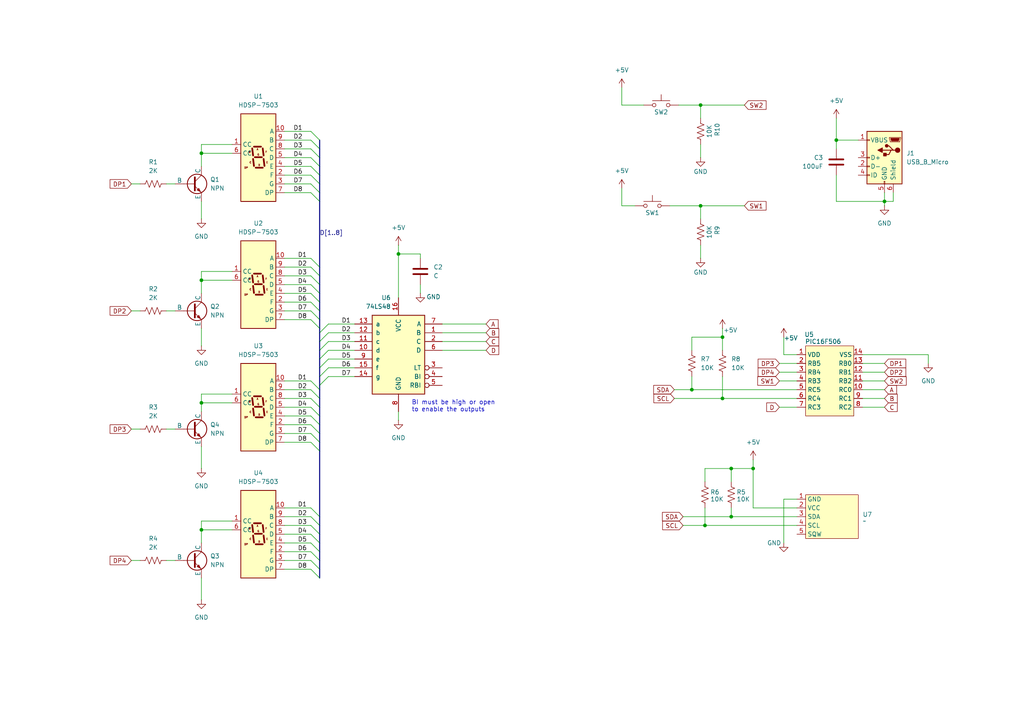
<source format=kicad_sch>
(kicad_sch (version 20231120) (generator "eeschema") (generator_version "8.0")
  (paper "A4")
  (lib_symbols
    (symbol "74xx:74LS48" (pin_names (offset 1.016))
      (property "Reference" "U" (at -7.62 11.43 0))
      (property "Value" "74LS48" (at -7.62 -13.97 0))
      (symbol "74LS48_1_0"
        (pin input line (at -12.7 5.08 0) (length 5.08) (name "B") (number "1"))
        (pin open_collector line (at 12.7 0 180) (length 5.08) (name "d") (number "10"))
        (pin open_collector line (at 12.7 2.54 180) (length 5.08) (name "c") (number "11"))
        (pin open_collector line (at 12.7 5.08 180) (length 5.08) (name "b") (number "12"))
        (pin open_collector line (at 12.7 7.62 180) (length 5.08) (name "a") (number "13"))
        (pin open_collector line (at 12.7 -7.62 180) (length 5.08) (name "g") (number "14"))
        (pin open_collector line (at 12.7 -5.08 180) (length 5.08) (name "f") (number "15"))
        (pin power_in line (at 0 15.24 270) (length 5.08) (name "VCC") (number "16"))
        (pin input line (at -12.7 2.54 0) (length 5.08) (name "C") (number "2"))
        (pin input inverted (at -12.7 -5.08 0) (length 5.08) (name "LT") (number "3"))
        (pin input inverted (at -12.7 -7.62 0) (length 5.08) (name "BI") (number "4"))
        (pin input inverted (at -12.7 -10.16 0) (length 5.08) (name "RBI") (number "5"))
        (pin input line (at -12.7 0 0) (length 5.08) (name "D") (number "6"))
        (pin input line (at -12.7 7.62 0) (length 5.08) (name "A") (number "7"))
        (pin power_in line (at 0 -17.78 90) (length 5.08) (name "GND") (number "8"))
        (pin open_collector line (at 12.7 -2.54 180) (length 5.08) (name "e") (number "9"))
      )
      (symbol "74LS48_1_1"
        (rectangle (start -7.62 10.16) (end 7.62 -12.7) (stroke (width 0.254)) (fill (type background)))
      )
    )
    (symbol "7segDisplayClock:DS1307_Module"
      (property "Reference" "U" (at -6.35 7.62 0))
      (symbol "DS1307_Module_0_1"
        (rectangle (start -7.62 6.35) (end 7.62 -6.35) (fill (type background)))
      )
      (symbol "DS1307_Module_1_1"
        (pin power_in line (at -10.16 5.08 0) (length 2.54) (name "GND") (number "1"))
        (pin power_in line (at -10.16 2.54 0) (length 2.54) (name "VCC") (number "2"))
        (pin bidirectional line (at -10.16 0 0) (length 2.54) (name "SDA") (number "3"))
        (pin bidirectional line (at -10.16 -2.54 0) (length 2.54) (name "SCL") (number "4"))
        (pin bidirectional line (at -10.16 -5.08 0) (length 2.54) (name "SQW") (number "5"))
      )
    )
    (symbol "7segDisplayClock:PIC16F506" (exclude_from_sim yes)
      (property "Reference" "U" (at -5.08 11.43 0))
      (property "Value" "PIC16F506" (at -6.35 1.27 0))
      (symbol "PIC16F506_0_1"
        (rectangle (start -6.35 10.16) (end 7.62 -10.16) (fill (type background)))
      )
      (symbol "PIC16F506_1_1"
        (pin power_in line (at -8.89 7.62 0) (length 2.54) (name "VDD") (number "1"))
        (pin bidirectional line (at 10.16 -2.54 180) (length 2.54) (name "RC0") (number "10"))
        (pin bidirectional line (at 10.16 0 180) (length 2.54) (name "RB2") (number "11"))
        (pin bidirectional line (at 10.16 2.54 180) (length 2.54) (name "RB1") (number "12"))
        (pin bidirectional line (at 10.16 5.08 180) (length 2.54) (name "RB0") (number "13"))
        (pin power_in line (at 10.16 7.62 180) (length 2.54) (name "VSS") (number "14"))
        (pin bidirectional line (at -8.89 5.08 0) (length 2.54) (name "RB5") (number "2"))
        (pin bidirectional line (at -8.89 2.54 0) (length 2.54) (name "RB4") (number "3"))
        (pin input line (at -8.89 0 0) (length 2.54) (name "RB3") (number "4"))
        (pin bidirectional line (at -8.89 -2.54 0) (length 2.54) (name "RC5") (number "5"))
        (pin bidirectional line (at -8.89 -5.08 0) (length 2.54) (name "RC4") (number "6"))
        (pin bidirectional line (at -8.89 -7.62 0) (length 2.54) (name "RC3") (number "7"))
        (pin bidirectional line (at 10.16 -7.62 180) (length 2.54) (name "RC2") (number "8"))
        (pin bidirectional line (at 10.16 -5.08 180) (length 2.54) (name "RC1") (number "9"))
      )
    )
    (symbol "Connector:USB_B_Micro" (pin_names (offset 1.016))
      (property "Reference" "J" (at -5.08 11.43 0))
      (property "Value" "USB_B_Micro" (at -5.08 8.89 0))
      (symbol "USB_B_Micro_0_1"
        (rectangle (start -5.08 -7.62) (end 5.08 7.62) (stroke (width 0.254)) (fill (type background)))
        (circle (center -3.81 2.159) (radius 0.635) (stroke (width 0.254)) (fill (type outline)))
        (circle (center -0.635 3.429) (radius 0.381) (stroke (width 0.254)) (fill (type outline)))
        (rectangle (start -0.127 -7.62) (end 0.127 -6.858))
        (polyline (pts (xy -1.905 2.159) (xy 0.635 2.159)) (stroke (width 0.254)))
        (polyline (pts (xy -3.175 2.159) (xy -2.54 2.159) (xy -1.27 3.429) (xy -0.635 3.429)) (stroke (width 0.254)))
        (polyline (pts (xy -2.54 2.159) (xy -1.905 2.159) (xy -1.27 0.889) (xy 0 0.889)) (stroke (width 0.254)))
        (polyline (pts (xy 0.635 2.794) (xy 0.635 1.524) (xy 1.905 2.159) (xy 0.635 2.794)) (stroke (width 0.254)) (fill (type outline)))
        (polyline (pts (xy -4.318 5.588) (xy -1.778 5.588) (xy -2.032 4.826) (xy -4.064 4.826) (xy -4.318 5.588)) (fill (type outline)))
        (polyline (pts (xy -4.699 5.842) (xy -4.699 5.588) (xy -4.445 4.826) (xy -4.445 4.572) (xy -1.651 4.572) (xy -1.651 4.826) (xy -1.397 5.588) (xy -1.397 5.842) (xy -4.699 5.842)))
        (rectangle (start 0.254 1.27) (end -0.508 0.508) (stroke (width 0.254)) (fill (type outline)))
        (rectangle (start 5.08 -5.207) (end 4.318 -4.953))
        (rectangle (start 5.08 -2.667) (end 4.318 -2.413))
        (rectangle (start 5.08 -0.127) (end 4.318 0.127))
        (rectangle (start 5.08 4.953) (end 4.318 5.207))
      )
      (symbol "USB_B_Micro_1_1"
        (pin power_out line (at 7.62 5.08 180) (length 2.54) (name "VBUS") (number "1"))
        (pin bidirectional line (at 7.62 -2.54 180) (length 2.54) (name "D-") (number "2"))
        (pin bidirectional line (at 7.62 0 180) (length 2.54) (name "D+") (number "3"))
        (pin passive line (at 7.62 -5.08 180) (length 2.54) (name "ID") (number "4"))
        (pin power_out line (at 0 -10.16 90) (length 2.54) (name "GND") (number "5"))
        (pin passive line (at -2.54 -10.16 90) (length 2.54) (name "Shield") (number "6"))
      )
    )
    (symbol "Device:C" (pin_numbers hide) (pin_names (offset 0.254))
      (property "Reference" "C" (at 0.635 2.54 0))
      (property "Value" "C" (at 0.635 -2.54 0))
      (symbol "C_0_1"
        (polyline (pts (xy -2.032 -0.762) (xy 2.032 -0.762)) (stroke (width 0.508)))
        (polyline (pts (xy -2.032 0.762) (xy 2.032 0.762)) (stroke (width 0.508)))
      )
      (symbol "C_1_1"
        (pin passive line (at 0 3.81 270) (length 2.794) (name "~") (number "1"))
        (pin passive line (at 0 -3.81 90) (length 2.794) (name "~") (number "2"))
      )
    )
    (symbol "Device:R_US" (pin_numbers hide) (pin_names (offset 0))
      (property "Reference" "R" (at 2.54 0 90))
      (property "Value" "R_US" (at -2.54 0 90))
      (symbol "R_US_0_1"
        (polyline (pts (xy 0 -2.286) (xy 0 -2.54)))
        (polyline (pts (xy 0 2.286) (xy 0 2.54)))
        (polyline (pts (xy 0 -0.762) (xy 1.016 -1.143) (xy 0 -1.524) (xy -1.016 -1.905) (xy 0 -2.286)))
        (polyline (pts (xy 0 0.762) (xy 1.016 0.381) (xy 0 0) (xy -1.016 -0.381) (xy 0 -0.762)))
        (polyline (pts (xy 0 2.286) (xy 1.016 1.905) (xy 0 1.524) (xy -1.016 1.143) (xy 0 0.762)))
      )
      (symbol "R_US_1_1"
        (pin passive line (at 0 3.81 270) (length 1.27) (name "~") (number "1"))
        (pin passive line (at 0 -3.81 90) (length 1.27) (name "~") (number "2"))
      )
    )
    (symbol "Display_Character:HDSP-7503"
      (property "Reference" "U1" (at 0 17.78 0))
      (property "Value" "HDSP-7503" (at 0 15.24 0))
      (symbol "HDSP-7503_1_0"
        (text "A" (at 0.254 2.413 0) (effects (font (size 0.508 0.508))))
        (text "B" (at 2.54 1.651 0) (effects (font (size 0.508 0.508))))
        (text "C" (at 2.286 -1.397 0) (effects (font (size 0.508 0.508))))
        (text "D" (at -0.254 -2.159 0) (effects (font (size 0.508 0.508))))
        (text "DP" (at 3.556 -2.921 0) (effects (font (size 0.508 0.508))))
        (text "E" (at -2.54 -1.397 0) (effects (font (size 0.508 0.508))))
        (text "F" (at -2.286 1.651 0) (effects (font (size 0.508 0.508))))
        (text "G" (at 0 0.889 0) (effects (font (size 0.508 0.508))))
      )
      (symbol "HDSP-7503_1_1"
        (rectangle (start -5.08 12.7) (end 5.08 -12.7) (stroke (width 0.254)) (fill (type background)))
        (polyline (pts (xy -1.524 -0.381) (xy -1.778 -2.413)) (stroke (width 0.508)))
        (polyline (pts (xy -1.27 -2.921) (xy 0.762 -2.921)) (stroke (width 0.508)))
        (polyline (pts (xy -1.27 2.667) (xy -1.524 0.635)) (stroke (width 0.508)))
        (polyline (pts (xy -1.016 0.127) (xy 1.016 0.127)) (stroke (width 0.508)))
        (polyline (pts (xy -0.762 3.175) (xy 1.27 3.175)) (stroke (width 0.508)))
        (polyline (pts (xy 1.524 -0.381) (xy 1.27 -2.413)) (stroke (width 0.508)))
        (polyline (pts (xy 1.778 2.667) (xy 1.524 0.635)) (stroke (width 0.508)))
        (polyline (pts (xy 2.54 -2.921) (xy 2.54 -2.921)) (stroke (width 0.508)))
        (pin input line (at 7.62 3.81 180) (length 2.54) (name "CC") (number "1"))
        (pin input line (at -7.62 7.62 0) (length 2.54) (name "A") (number "10"))
        (pin input line (at -7.62 -5.08 0) (length 2.54) (name "F") (number "2"))
        (pin input line (at -7.62 -7.62 0) (length 2.54) (name "G") (number "3"))
        (pin input line (at -7.62 -2.54 0) (length 2.54) (name "E") (number "4"))
        (pin input line (at -7.62 0 0) (length 2.54) (name "D") (number "5"))
        (pin input line (at 7.62 1.27 180) (length 2.54) (name "CC") (number "6"))
        (pin input line (at -7.62 -10.16 0) (length 2.54) (name "DP") (number "7"))
        (pin input line (at -7.62 2.54 0) (length 2.54) (name "C") (number "8"))
        (pin input line (at -7.62 5.08 0) (length 2.54) (name "B") (number "9"))
      )
    )
    (symbol "Simulation_SPICE:NPN" (pin_numbers hide) (pin_names (offset 0))
      (property "Reference" "Q" (at -2.54 7.62 0))
      (property "Value" "NPN" (at -2.54 5.08 0))
      (symbol "NPN_0_1"
        (polyline (pts (xy -2.54 0) (xy 0.635 0)) (stroke (width 0.1524)))
        (polyline (pts (xy 0.635 0.635) (xy 2.54 2.54)))
        (polyline (pts (xy 2.794 -1.27) (xy 2.794 -1.27)) (stroke (width 0.1524)))
        (polyline (pts (xy 2.794 -1.27) (xy 2.794 -1.27)) (stroke (width 0.1524)))
        (polyline (pts (xy 0.635 -0.635) (xy 2.54 -2.54) (xy 2.54 -2.54)))
        (polyline (pts (xy 0.635 1.905) (xy 0.635 -1.905) (xy 0.635 -1.905)) (stroke (width 0.508)))
        (polyline (pts (xy 1.27 -1.778) (xy 1.778 -1.27) (xy 2.286 -2.286) (xy 1.27 -1.778) (xy 1.27 -1.778)) (fill (type outline)))
        (circle (center 1.27 0) (radius 2.8194) (stroke (width 0.254)))
      )
      (symbol "NPN_1_1"
        (pin open_collector line (at 2.54 5.08 270) (length 2.54) (name "C") (number "1"))
        (pin input line (at -5.08 0 0) (length 2.54) (name "B") (number "2"))
        (pin open_emitter line (at 2.54 -5.08 90) (length 2.54) (name "E") (number "3"))
      )
    )
    (symbol "Switch:SW_Push" (pin_numbers hide) (pin_names (offset 1.016) hide)
      (property "Reference" "SW" (at 1.27 2.54 0))
      (property "Value" "SW_Push" (at 0 -1.524 0))
      (symbol "SW_Push_0_1"
        (circle (center -2.032 0) (radius 0.508))
        (polyline (pts (xy 0 1.27) (xy 0 3.048)))
        (polyline (pts (xy 2.54 1.27) (xy -2.54 1.27)))
        (circle (center 2.032 0) (radius 0.508))
        (pin passive line (at -5.08 0 0) (length 2.54) (name "1") (number "1"))
        (pin passive line (at 5.08 0 180) (length 2.54) (name "2") (number "2"))
      )
    )
    (symbol "power:+5V" (power) (pin_numbers hide) (pin_names (offset 0) hide)
      (property "Value" "+5V" (at 0 3.556 0))
      (symbol "+5V_0_1"
        (polyline (pts (xy -0.762 1.27) (xy 0 2.54)))
        (polyline (pts (xy 0 0) (xy 0 2.54)))
        (polyline (pts (xy 0 2.54) (xy 0.762 1.27)))
      )
      (symbol "+5V_1_1"
        (pin power_in line (at 0 0 90) (length 0) (name "~") (number "1"))
      )
    )
    (symbol "power:GND" (power) (pin_numbers hide) (pin_names (offset 0) hide)
      (property "Value" "GND" (at 0 -3.81 0))
      (symbol "GND_0_1"
        (polyline (pts (xy 0 0) (xy 0 -1.27) (xy 1.27 -1.27) (xy 0 -2.54) (xy -1.27 -1.27) (xy 0 -1.27)))
      )
      (symbol "GND_1_1"
        (pin power_in line (at 0 0 270) (length 0) (name "~") (number "1"))
      )
    )
  )
  (junction (at 115.57 73.66))
  (junction (at 58.42 81.28))
  (junction (at 203.2 59.69))
  (junction (at 218.44 135.89))
  (junction (at 58.42 153.67))
  (junction (at 256.54 58.42))
  (junction (at 212.09 149.86))
  (junction (at 203.2 30.48))
  (junction (at 209.55 115.57))
  (junction (at 242.57 40.64))
  (junction (at 200.66 113.03))
  (junction (at 58.42 116.84))
  (junction (at 58.42 44.45))
  (junction (at 204.47 152.4))
  (junction (at 212.09 135.89))
  (junction (at 209.55 97.79))
  (bus_entry (at 90.17 128.27) (size 2.54 2.54))
  (bus_entry (at 90.17 149.86) (size 2.54 2.54))
  (bus_entry (at 90.17 53.34) (size 2.54 2.54))
  (bus_entry (at 90.17 92.71) (size 2.54 2.54))
  (bus_entry (at 95.25 106.68) (size -2.54 2.54))
  (bus_entry (at 90.17 87.63) (size 2.54 2.54))
  (bus_entry (at 90.17 48.26) (size 2.54 2.54))
  (bus_entry (at 90.17 80.01) (size 2.54 2.54))
  (bus_entry (at 90.17 113.03) (size 2.54 2.54))
  (bus_entry (at 90.17 90.17) (size 2.54 2.54))
  (bus_entry (at 90.17 154.94) (size 2.54 2.54))
  (bus_entry (at 90.17 123.19) (size 2.54 2.54))
  (bus_entry (at 90.17 118.11) (size 2.54 2.54))
  (bus_entry (at 95.25 109.22) (size -2.54 2.54))
  (bus_entry (at 95.25 99.06) (size -2.54 2.54))
  (bus_entry (at 90.17 74.93) (size 2.54 2.54))
  (bus_entry (at 90.17 45.72) (size 2.54 2.54))
  (bus_entry (at 90.17 40.64) (size 2.54 2.54))
  (bus_entry (at 90.17 50.8) (size 2.54 2.54))
  (bus_entry (at 90.17 125.73) (size 2.54 2.54))
  (bus_entry (at 90.17 147.32) (size 2.54 2.54))
  (bus_entry (at 95.25 104.14) (size -2.54 2.54))
  (bus_entry (at 90.17 55.88) (size 2.54 2.54))
  (bus_entry (at 90.17 162.56) (size 2.54 2.54))
  (bus_entry (at 90.17 120.65) (size 2.54 2.54))
  (bus_entry (at 90.17 85.09) (size 2.54 2.54))
  (bus_entry (at 90.17 82.55) (size 2.54 2.54))
  (bus_entry (at 90.17 110.49) (size 2.54 2.54))
  (bus_entry (at 90.17 157.48) (size 2.54 2.54))
  (bus_entry (at 92.71 96.52) (size 2.54 -2.54))
  (bus_entry (at 95.25 96.52) (size -2.54 2.54))
  (bus_entry (at 90.17 160.02) (size 2.54 2.54))
  (bus_entry (at 90.17 165.1) (size 2.54 2.54))
  (bus_entry (at 90.17 77.47) (size 2.54 2.54))
  (bus_entry (at 95.25 101.6) (size -2.54 2.54))
  (bus_entry (at 90.17 43.18) (size 2.54 2.54))
  (bus_entry (at 90.17 152.4) (size 2.54 2.54))
  (bus_entry (at 90.17 115.57) (size 2.54 2.54))
  (bus_entry (at 90.17 38.1) (size 2.54 2.54))
  (wire (pts (xy 58.42 116.84) (xy 58.42 119.38)))
  (wire (pts (xy 82.55 80.01) (xy 90.17 80.01)))
  (wire (pts (xy 226.06 110.49) (xy 231.14 110.49)))
  (bus (pts (xy 92.71 80.01) (xy 92.71 82.55)))
  (wire (pts (xy 115.57 119.38) (xy 115.57 121.92)))
  (wire (pts (xy 67.31 81.28) (xy 58.42 81.28)))
  (wire (pts (xy 250.19 110.49) (xy 256.54 110.49)))
  (wire (pts (xy 82.55 87.63) (xy 90.17 87.63)))
  (bus (pts (xy 92.71 92.71) (xy 92.71 90.17)))
  (bus (pts (xy 92.71 109.22) (xy 92.71 111.76)))
  (bus (pts (xy 92.71 77.47) (xy 92.71 80.01)))
  (bus (pts (xy 92.71 95.25) (xy 92.71 92.71)))
  (bus (pts (xy 92.71 113.03) (xy 92.71 115.57)))
  (wire (pts (xy 82.55 152.4) (xy 90.17 152.4)))
  (wire (pts (xy 67.31 114.3) (xy 58.42 114.3)))
  (wire (pts (xy 218.44 147.32) (xy 231.14 147.32)))
  (bus (pts (xy 92.71 149.86) (xy 92.71 152.4)))
  (wire (pts (xy 58.42 78.74) (xy 58.42 81.28)))
  (wire (pts (xy 195.58 113.03) (xy 200.66 113.03)))
  (wire (pts (xy 128.27 101.6) (xy 140.97 101.6)))
  (wire (pts (xy 58.42 44.45) (xy 67.31 44.45)))
  (wire (pts (xy 82.55 128.27) (xy 90.17 128.27)))
  (wire (pts (xy 200.66 113.03) (xy 231.14 113.03)))
  (bus (pts (xy 92.71 45.72) (xy 92.71 48.26)))
  (wire (pts (xy 227.33 97.79) (xy 227.33 102.87)))
  (bus (pts (xy 92.71 154.94) (xy 92.71 157.48)))
  (wire (pts (xy 82.55 149.86) (xy 90.17 149.86)))
  (bus (pts (xy 92.71 48.26) (xy 92.71 50.8)))
  (bus (pts (xy 92.71 104.14) (xy 92.71 106.68)))
  (wire (pts (xy 226.06 107.95) (xy 231.14 107.95)))
  (wire (pts (xy 195.58 115.57) (xy 209.55 115.57)))
  (wire (pts (xy 58.42 151.13) (xy 67.31 151.13)))
  (wire (pts (xy 198.12 149.86) (xy 212.09 149.86)))
  (wire (pts (xy 204.47 135.89) (xy 212.09 135.89)))
  (wire (pts (xy 82.55 77.47) (xy 90.17 77.47)))
  (wire (pts (xy 82.55 82.55) (xy 90.17 82.55)))
  (wire (pts (xy 196.85 30.48) (xy 203.2 30.48)))
  (wire (pts (xy 259.08 58.42) (xy 259.08 55.88)))
  (wire (pts (xy 198.12 152.4) (xy 204.47 152.4)))
  (wire (pts (xy 200.66 101.6) (xy 200.66 97.79)))
  (wire (pts (xy 121.92 73.66) (xy 121.92 74.93)))
  (bus (pts (xy 92.71 111.76) (xy 92.71 113.03)))
  (bus (pts (xy 92.71 96.52) (xy 92.71 99.06)))
  (wire (pts (xy 227.33 157.48) (xy 227.33 144.78)))
  (wire (pts (xy 58.42 153.67) (xy 67.31 153.67)))
  (bus (pts (xy 92.71 50.8) (xy 92.71 53.34)))
  (wire (pts (xy 203.2 41.91) (xy 203.2 45.72)))
  (wire (pts (xy 250.19 105.41) (xy 256.54 105.41)))
  (wire (pts (xy 180.34 30.48) (xy 186.69 30.48)))
  (wire (pts (xy 58.42 129.54) (xy 58.42 135.89)))
  (wire (pts (xy 115.57 73.66) (xy 121.92 73.66)))
  (wire (pts (xy 82.55 157.48) (xy 90.17 157.48)))
  (wire (pts (xy 58.42 58.42) (xy 58.42 63.5)))
  (wire (pts (xy 58.42 114.3) (xy 58.42 116.84)))
  (wire (pts (xy 58.42 81.28) (xy 58.42 85.09)))
  (wire (pts (xy 212.09 135.89) (xy 212.09 139.7)))
  (bus (pts (xy 92.71 82.55) (xy 92.71 85.09)))
  (wire (pts (xy 256.54 58.42) (xy 256.54 59.69)))
  (bus (pts (xy 92.71 118.11) (xy 92.71 120.65)))
  (bus (pts (xy 92.71 152.4) (xy 92.71 154.94)))
  (bus (pts (xy 92.71 99.06) (xy 92.71 101.6)))
  (wire (pts (xy 212.09 149.86) (xy 212.09 147.32)))
  (wire (pts (xy 82.55 113.03) (xy 90.17 113.03)))
  (wire (pts (xy 269.24 105.41) (xy 269.24 102.87)))
  (wire (pts (xy 95.25 101.6) (xy 102.87 101.6)))
  (wire (pts (xy 248.92 40.64) (xy 242.57 40.64)))
  (wire (pts (xy 58.42 78.74) (xy 67.31 78.74)))
  (wire (pts (xy 95.25 96.52) (xy 102.87 96.52)))
  (wire (pts (xy 82.55 154.94) (xy 90.17 154.94)))
  (bus (pts (xy 92.71 43.18) (xy 92.71 45.72)))
  (wire (pts (xy 58.42 95.25) (xy 58.42 100.33)))
  (bus (pts (xy 92.71 55.88) (xy 92.71 58.42)))
  (wire (pts (xy 58.42 48.26) (xy 58.42 44.45)))
  (wire (pts (xy 38.1 90.17) (xy 40.64 90.17)))
  (wire (pts (xy 204.47 147.32) (xy 204.47 152.4)))
  (bus (pts (xy 92.71 58.42) (xy 92.71 77.47)))
  (wire (pts (xy 227.33 144.78) (xy 231.14 144.78)))
  (wire (pts (xy 128.27 96.52) (xy 140.97 96.52)))
  (wire (pts (xy 209.55 101.6) (xy 209.55 97.79)))
  (wire (pts (xy 48.26 162.56) (xy 50.8 162.56)))
  (wire (pts (xy 82.55 40.64) (xy 90.17 40.64)))
  (wire (pts (xy 95.25 99.06) (xy 102.87 99.06)))
  (wire (pts (xy 58.42 116.84) (xy 67.31 116.84)))
  (wire (pts (xy 95.25 93.98) (xy 102.87 93.98)))
  (wire (pts (xy 209.55 97.79) (xy 209.55 95.25)))
  (wire (pts (xy 82.55 85.09) (xy 90.17 85.09)))
  (wire (pts (xy 95.25 104.14) (xy 102.87 104.14)))
  (wire (pts (xy 128.27 93.98) (xy 140.97 93.98)))
  (wire (pts (xy 38.1 162.56) (xy 40.64 162.56)))
  (wire (pts (xy 82.55 55.88) (xy 90.17 55.88)))
  (wire (pts (xy 82.55 147.32) (xy 90.17 147.32)))
  (wire (pts (xy 115.57 71.12) (xy 115.57 73.66)))
  (wire (pts (xy 180.34 25.4) (xy 180.34 30.48)))
  (bus (pts (xy 92.71 115.57) (xy 92.71 118.11)))
  (wire (pts (xy 250.19 118.11) (xy 256.54 118.11)))
  (wire (pts (xy 209.55 109.22) (xy 209.55 115.57)))
  (wire (pts (xy 256.54 55.88) (xy 256.54 58.42)))
  (wire (pts (xy 82.55 123.19) (xy 90.17 123.19)))
  (wire (pts (xy 227.33 102.87) (xy 231.14 102.87)))
  (wire (pts (xy 218.44 135.89) (xy 218.44 147.32)))
  (wire (pts (xy 58.42 44.45) (xy 58.42 41.91)))
  (wire (pts (xy 58.42 167.64) (xy 58.42 173.99)))
  (wire (pts (xy 82.55 92.71) (xy 90.17 92.71)))
  (wire (pts (xy 48.26 90.17) (xy 50.8 90.17)))
  (wire (pts (xy 82.55 45.72) (xy 90.17 45.72)))
  (wire (pts (xy 218.44 133.35) (xy 218.44 135.89)))
  (wire (pts (xy 242.57 40.64) (xy 242.57 43.18)))
  (bus (pts (xy 92.71 87.63) (xy 92.71 90.17)))
  (wire (pts (xy 82.55 38.1) (xy 90.17 38.1)))
  (wire (pts (xy 82.55 120.65) (xy 90.17 120.65)))
  (wire (pts (xy 38.1 124.46) (xy 40.64 124.46)))
  (wire (pts (xy 226.06 118.11) (xy 231.14 118.11)))
  (wire (pts (xy 250.19 113.03) (xy 256.54 113.03)))
  (wire (pts (xy 128.27 99.06) (xy 140.97 99.06)))
  (wire (pts (xy 203.2 63.5) (xy 203.2 59.69)))
  (wire (pts (xy 204.47 152.4) (xy 231.14 152.4)))
  (wire (pts (xy 115.57 73.66) (xy 115.57 86.36)))
  (bus (pts (xy 92.71 160.02) (xy 92.71 162.56)))
  (wire (pts (xy 121.92 82.55) (xy 121.92 85.09)))
  (bus (pts (xy 92.71 162.56) (xy 92.71 165.1)))
  (bus (pts (xy 92.71 40.64) (xy 92.71 43.18)))
  (wire (pts (xy 209.55 115.57) (xy 231.14 115.57)))
  (wire (pts (xy 203.2 34.29) (xy 203.2 30.48)))
  (wire (pts (xy 58.42 153.67) (xy 58.42 151.13)))
  (bus (pts (xy 92.71 85.09) (xy 92.71 87.63)))
  (wire (pts (xy 82.55 74.93) (xy 90.17 74.93)))
  (wire (pts (xy 82.55 160.02) (xy 90.17 160.02)))
  (wire (pts (xy 82.55 118.11) (xy 90.17 118.11)))
  (wire (pts (xy 203.2 71.12) (xy 203.2 74.93)))
  (bus (pts (xy 92.71 128.27) (xy 92.71 130.81)))
  (wire (pts (xy 58.42 41.91) (xy 67.31 41.91)))
  (wire (pts (xy 82.55 165.1) (xy 90.17 165.1)))
  (wire (pts (xy 82.55 90.17) (xy 90.17 90.17)))
  (bus (pts (xy 92.71 165.1) (xy 92.71 167.64)))
  (bus (pts (xy 92.71 125.73) (xy 92.71 128.27)))
  (wire (pts (xy 250.19 107.95) (xy 256.54 107.95)))
  (wire (pts (xy 226.06 105.41) (xy 231.14 105.41)))
  (wire (pts (xy 212.09 135.89) (xy 218.44 135.89)))
  (wire (pts (xy 256.54 58.42) (xy 259.08 58.42)))
  (wire (pts (xy 38.1 53.34) (xy 40.64 53.34)))
  (wire (pts (xy 82.55 43.18) (xy 90.17 43.18)))
  (wire (pts (xy 200.66 97.79) (xy 209.55 97.79)))
  (wire (pts (xy 82.55 115.57) (xy 90.17 115.57)))
  (bus (pts (xy 92.71 120.65) (xy 92.71 123.19)))
  (wire (pts (xy 250.19 115.57) (xy 256.54 115.57)))
  (wire (pts (xy 204.47 139.7) (xy 204.47 135.89)))
  (wire (pts (xy 82.55 110.49) (xy 90.17 110.49)))
  (bus (pts (xy 92.71 130.81) (xy 92.71 149.86)))
  (wire (pts (xy 180.34 59.69) (xy 184.15 59.69)))
  (wire (pts (xy 269.24 102.87) (xy 250.19 102.87)))
  (wire (pts (xy 82.55 48.26) (xy 90.17 48.26)))
  (wire (pts (xy 203.2 30.48) (xy 215.9 30.48)))
  (wire (pts (xy 242.57 50.8) (xy 242.57 58.42)))
  (wire (pts (xy 58.42 157.48) (xy 58.42 153.67)))
  (wire (pts (xy 48.26 53.34) (xy 50.8 53.34)))
  (bus (pts (xy 92.71 157.48) (xy 92.71 160.02)))
  (wire (pts (xy 212.09 149.86) (xy 231.14 149.86)))
  (bus (pts (xy 92.71 101.6) (xy 92.71 104.14)))
  (wire (pts (xy 95.25 106.68) (xy 102.87 106.68)))
  (wire (pts (xy 95.25 109.22) (xy 102.87 109.22)))
  (bus (pts (xy 92.71 106.68) (xy 92.71 109.22)))
  (wire (pts (xy 203.2 59.69) (xy 215.9 59.69)))
  (bus (pts (xy 92.71 53.34) (xy 92.71 55.88)))
  (wire (pts (xy 242.57 34.29) (xy 242.57 40.64)))
  (wire (pts (xy 180.34 54.61) (xy 180.34 59.69)))
  (wire (pts (xy 194.31 59.69) (xy 203.2 59.69)))
  (wire (pts (xy 242.57 58.42) (xy 256.54 58.42)))
  (bus (pts (xy 92.71 123.19) (xy 92.71 125.73)))
  (wire (pts (xy 82.55 53.34) (xy 90.17 53.34)))
  (wire (pts (xy 82.55 50.8) (xy 90.17 50.8)))
  (wire (pts (xy 200.66 109.22) (xy 200.66 113.03)))
  (wire (pts (xy 48.26 124.46) (xy 50.8 124.46)))
  (wire (pts (xy 82.55 125.73) (xy 90.17 125.73)))
  (wire (pts (xy 82.55 162.56) (xy 90.17 162.56)))
  (bus (pts (xy 92.71 95.25) (xy 92.71 96.52)))
  (text "BI must be high or open \nto enable the outputs" (exclude_from_sim yes) (at 119.38 117.856 0) (effects (font (size 1.27 1.27)) (justify left)))
  (label "D1" (at 86.36 74.93 0))
  (label "D1" (at 86.36 147.32 0))
  (label "D3" (at 86.36 115.57 0))
  (label "D2" (at 86.36 149.86 0))
  (label "D2" (at 85.09 40.64 0))
  (label "D7" (at 99.06 109.22 0))
  (label "D3" (at 86.36 80.01 0))
  (label "D8" (at 85.09 55.88 0))
  (label "D7" (at 86.36 125.73 0))
  (label "D4" (at 86.36 154.94 0))
  (label "D3" (at 99.06 99.06 0))
  (label "D2" (at 86.36 77.47 0))
  (label "D7" (at 85.09 53.34 0))
  (label "D6" (at 85.09 50.8 0))
  (label "D5" (at 86.36 120.65 0))
  (label "D7" (at 86.36 162.56 0))
  (label "D5" (at 99.06 104.14 0))
  (label "D4" (at 99.06 101.6 0))
  (label "D2" (at 86.36 113.03 0))
  (label "D6" (at 99.06 106.68 0))
  (label "D1" (at 99.06 93.98 0))
  (label "D5" (at 85.09 48.26 0))
  (label "D1" (at 85.09 38.1 0))
  (label "D7" (at 86.36 90.17 0))
  (label "D4" (at 86.36 82.55 0))
  (label "D2" (at 99.06 96.52 0))
  (label "D8" (at 86.36 92.71 0))
  (label "D6" (at 86.36 123.19 0))
  (label "D4" (at 86.36 118.11 0))
  (label "D5" (at 86.36 157.48 0))
  (label "D3" (at 86.36 152.4 0))
  (label "D[1..8]" (at 92.71 68.58 0))
  (label "D5" (at 86.36 85.09 0))
  (label "D6" (at 86.36 160.02 0))
  (label "D6" (at 86.36 87.63 0))
  (label "D3" (at 85.09 43.18 0))
  (label "D1" (at 86.36 110.49 0))
  (label "D4" (at 85.09 45.72 0))
  (label "D8" (at 86.36 165.1 0))
  (label "D8" (at 86.36 128.27 0))
  (global_label "DP3" (shape input) (at 38.1 124.46 180) (property "Intersheetrefs" "${INTERSHEET_REFS}" (effects (hide yes))))
  (global_label "SW1" (shape input) (at 226.06 110.49 180) (property "Intersheetrefs" "${INTERSHEET_REFS}" (effects (hide yes))))
  (global_label "A" (shape input) (at 140.97 93.98 0) (property "Intersheetrefs" "${INTERSHEET_REFS}" (effects (hide yes))))
  (global_label "SDA" (shape input) (at 198.12 149.86 180) (property "Intersheetrefs" "${INTERSHEET_REFS}" (effects (hide yes))))
  (global_label "SCL" (shape input) (at 195.58 115.57 180) (property "Intersheetrefs" "${INTERSHEET_REFS}" (effects (hide yes))))
  (global_label "DP2" (shape input) (at 256.54 107.95 0) (property "Intersheetrefs" "${INTERSHEET_REFS}" (effects (hide yes))))
  (global_label "DP2" (shape input) (at 38.1 90.17 180) (property "Intersheetrefs" "${INTERSHEET_REFS}" (effects (hide yes))))
  (global_label "DP1" (shape input) (at 38.1 53.34 180) (property "Intersheetrefs" "${INTERSHEET_REFS}" (effects (hide yes))))
  (global_label "DP4" (shape input) (at 226.06 107.95 180) (property "Intersheetrefs" "${INTERSHEET_REFS}" (effects (hide yes))))
  (global_label "C" (shape input) (at 140.97 99.06 0) (property "Intersheetrefs" "${INTERSHEET_REFS}" (effects (hide yes))))
  (global_label "SW1" (shape input) (at 215.9 59.69 0) (property "Intersheetrefs" "${INTERSHEET_REFS}" (effects (hide yes))))
  (global_label "SW2" (shape input) (at 256.54 110.49 0) (property "Intersheetrefs" "${INTERSHEET_REFS}" (effects (hide yes))))
  (global_label "B" (shape input) (at 256.54 115.57 0) (property "Intersheetrefs" "${INTERSHEET_REFS}" (effects (hide yes))))
  (global_label "SDA" (shape input) (at 195.58 113.03 180) (property "Intersheetrefs" "${INTERSHEET_REFS}" (effects (hide yes))))
  (global_label "C" (shape input) (at 256.54 118.11 0) (property "Intersheetrefs" "${INTERSHEET_REFS}" (effects (hide yes))))
  (global_label "D" (shape input) (at 226.06 118.11 180) (property "Intersheetrefs" "${INTERSHEET_REFS}" (effects (hide yes))))
  (global_label "D" (shape input) (at 140.97 101.6 0) (property "Intersheetrefs" "${INTERSHEET_REFS}" (effects (hide yes))))
  (global_label "SCL" (shape input) (at 198.12 152.4 180) (property "Intersheetrefs" "${INTERSHEET_REFS}" (effects (hide yes))))
  (global_label "DP3" (shape input) (at 226.06 105.41 180) (property "Intersheetrefs" "${INTERSHEET_REFS}" (effects (hide yes))))
  (global_label "DP1" (shape input) (at 256.54 105.41 0) (property "Intersheetrefs" "${INTERSHEET_REFS}" (effects (hide yes))))
  (global_label "SW2" (shape input) (at 215.9 30.48 0) (property "Intersheetrefs" "${INTERSHEET_REFS}" (effects (hide yes))))
  (global_label "B" (shape input) (at 140.97 96.52 0) (property "Intersheetrefs" "${INTERSHEET_REFS}" (effects (hide yes))))
  (global_label "DP4" (shape input) (at 38.1 162.56 180) (property "Intersheetrefs" "${INTERSHEET_REFS}" (effects (hide yes))))
  (global_label "A" (shape input) (at 256.54 113.03 0) (property "Intersheetrefs" "${INTERSHEET_REFS}" (effects (hide yes))))
  (symbol (lib_id "Simulation_SPICE:NPN") (at 55.88 53.34 0) (unit 1)
    (property "Reference" "Q1" (at 60.96 52.0699 0) (effects (justify left)))
    (property "Value" "NPN" (at 60.96 54.6099 0) (effects (justify left)))
    (property "Datasheet" "https://ngspice.sourceforge.io/docs/ngspice-html-manual/manual.xhtml#cha_BJTs" (effects (hide yes)))
    (property "Description" "Bipolar transistor symbol for simulation only, substrate tied to the emitter" (effects (hide yes)))
    (property "Sim.Device" "NPN" (effects (hide yes)))
    (property "Sim.Type" "GUMMELPOON" (effects (hide yes)))
    (property "Sim.Pins" "1=C 2=B 3=E" (effects (hide yes)))
  )
  (symbol (lib_id "power:+5V") (at 227.33 97.79 0) (unit 1)
    (property "Reference" "#PWR016" (effects (hide yes)))
    (property "Value" "+5V" (at 229.362 98.044 0))
    (property "Description" "Power symbol creates a global label with name \"+5V\"" (effects (hide yes)))
  )
  (symbol (lib_id "Device:R_US") (at 44.45 124.46 90) (unit 1)
    (property "Reference" "R3" (at 44.45 118.11 90))
    (property "Value" "2K" (at 44.45 120.65 90))
    (property "Description" "Resistor, US symbol" (effects (hide yes)))
  )
  (symbol (lib_id "Display_Character:HDSP-7503") (at 74.93 154.94 0) (mirror y) (unit 1)
    (property "Reference" "U4" (at 74.93 137.16 0))
    (property "Value" "HDSP-7503" (at 74.93 139.7 0))
    (property "Footprint" "Display_7Segment:HDSP-A151" (effects (hide yes)))
    (property "Datasheet" "https://docs.broadcom.com/docs/AV02-2553EN" (effects (hide yes)))
    (property "Description" "One digit 7 segment high efficiency red, common cathode" (effects (hide yes)))
  )
  (symbol (lib_id "power:+5V") (at 218.44 133.35 0) (unit 1)
    (property "Reference" "#PWR011" (effects (hide yes)))
    (property "Value" "+5V" (at 218.44 128.27 0))
    (property "Description" "Power symbol creates a global label with name \"+5V\"" (effects (hide yes)))
  )
  (symbol (lib_id "power:GND") (at 58.42 135.89 0) (unit 1)
    (property "Reference" "#PWR04" (effects (hide yes)))
    (property "Value" "GND" (at 58.42 140.97 0))
    (property "Description" "Power symbol creates a global label with name \"GND\" , ground" (effects (hide yes)))
  )
  (symbol (lib_id "Device:R_US") (at 44.45 53.34 90) (unit 1)
    (property "Reference" "R1" (at 44.45 46.99 90))
    (property "Value" "2K" (at 44.45 49.53 90))
    (property "Description" "Resistor, US symbol" (effects (hide yes)))
  )
  (symbol (lib_id "Device:R_US") (at 44.45 90.17 90) (unit 1)
    (property "Reference" "R2" (at 44.45 83.82 90))
    (property "Value" "2K" (at 44.45 86.36 90))
    (property "Description" "Resistor, US symbol" (effects (hide yes)))
  )
  (symbol (lib_id "Switch:SW_Push") (at 189.23 59.69 0) (unit 1)
    (property "Reference" "SW1" (at 191.262 61.722 0) (effects (justify right)))
    (property "Value" "SW_Push" (effects (hide yes)))
    (property "Description" "Push button switch, generic, two pins" (effects (hide yes)))
  )
  (symbol (lib_id "power:+5V") (at 209.55 95.25 0) (unit 1)
    (property "Reference" "#PWR013" (effects (hide yes)))
    (property "Value" "+5V" (at 211.836 95.758 0))
    (property "Description" "Power symbol creates a global label with name \"+5V\"" (effects (hide yes)))
  )
  (symbol (lib_id "Device:R_US") (at 200.66 105.41 180) (unit 1)
    (property "Reference" "R7" (at 203.2 104.1399 0) (effects (justify right)))
    (property "Value" "10K" (at 203.2 106.6799 0) (effects (justify right)))
    (property "Description" "Resistor, US symbol" (effects (hide yes)))
  )
  (symbol (lib_id "power:GND") (at 269.24 105.41 0) (unit 1)
    (property "Reference" "#PWR010" (effects (hide yes)))
    (property "Value" "GND" (at 269.24 110.49 0))
    (property "Description" "Power symbol creates a global label with name \"GND\" , ground" (effects (hide yes)))
  )
  (symbol (lib_id "Device:C") (at 242.57 46.99 0) (mirror x) (unit 1)
    (property "Reference" "C3" (at 238.76 45.7199 0) (effects (justify right)))
    (property "Value" "100uF" (at 238.76 48.2599 0) (effects (justify right)))
    (property "Description" "Unpolarized capacitor" (effects (hide yes)))
  )
  (symbol (lib_id "Display_Character:HDSP-7503") (at 74.93 118.11 0) (mirror y) (unit 1)
    (property "Reference" "U3" (at 74.93 100.33 0))
    (property "Value" "HDSP-7503" (at 74.93 102.87 0))
    (property "Footprint" "Display_7Segment:HDSP-A151" (effects (hide yes)))
    (property "Datasheet" "https://docs.broadcom.com/docs/AV02-2553EN" (effects (hide yes)))
    (property "Description" "One digit 7 segment high efficiency red, common cathode" (effects (hide yes)))
  )
  (symbol (lib_id "power:GND") (at 227.33 157.48 0) (unit 1)
    (property "Reference" "#PWR012" (effects (hide yes)))
    (property "Value" "GND" (at 224.536 157.48 0))
    (property "Description" "Power symbol creates a global label with name \"GND\" , ground" (effects (hide yes)))
  )
  (symbol (lib_id "Connector:USB_B_Micro") (at 256.54 45.72 0) (mirror y) (unit 1)
    (property "Reference" "J1" (at 262.89 44.4499 0) (effects (justify right)))
    (property "Value" "USB_B_Micro" (at 262.89 46.9899 0) (effects (justify right)))
    (property "Description" "USB Micro Type B connector" (effects (hide yes)))
  )
  (symbol (lib_id "Display_Character:HDSP-7503") (at 74.93 45.72 0) (mirror y) (unit 1)
    (property "Reference" "U1" (at 74.93 27.94 0))
    (property "Value" "HDSP-7503" (at 74.93 30.48 0))
    (property "Footprint" "Display_7Segment:HDSP-A151" (effects (hide yes)))
    (property "Datasheet" "https://docs.broadcom.com/docs/AV02-2553EN" (effects (hide yes)))
    (property "Description" "One digit 7 segment high efficiency red, common cathode" (effects (hide yes)))
  )
  (symbol (lib_id "74xx:74LS48") (at 115.57 101.6 0) (mirror y) (unit 1)
    (property "Reference" "U6" (at 113.3759 86.36 0) (effects (justify left)))
    (property "Value" "74LS48" (at 113.3759 88.9 0) (effects (justify left)))
    (property "Datasheet" "http://www.ti.com/lit/gpn/sn74LS48" (effects (hide yes)))
    (property "Description" "BCD to 7-segment Decoder/driver, Active High outputs" (effects (hide yes)))
  )
  (symbol (lib_id "Simulation_SPICE:NPN") (at 55.88 90.17 0) (unit 1)
    (property "Reference" "Q2" (at 60.96 88.8999 0) (effects (justify left)))
    (property "Value" "NPN" (at 60.96 91.4399 0) (effects (justify left)))
    (property "Datasheet" "https://ngspice.sourceforge.io/docs/ngspice-html-manual/manual.xhtml#cha_BJTs" (effects (hide yes)))
    (property "Description" "Bipolar transistor symbol for simulation only, substrate tied to the emitter" (effects (hide yes)))
    (property "Sim.Device" "NPN" (effects (hide yes)))
    (property "Sim.Type" "GUMMELPOON" (effects (hide yes)))
    (property "Sim.Pins" "1=C 2=B 3=E" (effects (hide yes)))
  )
  (symbol (lib_id "power:GND") (at 58.42 173.99 0) (unit 1)
    (property "Reference" "#PWR05" (effects (hide yes)))
    (property "Value" "GND" (at 58.42 179.07 0))
    (property "Description" "Power symbol creates a global label with name \"GND\" , ground" (effects (hide yes)))
  )
  (symbol (lib_id "Simulation_SPICE:NPN") (at 55.88 162.56 0) (unit 1)
    (property "Reference" "Q3" (at 60.96 161.2899 0) (effects (justify left)))
    (property "Value" "NPN" (at 60.96 163.8299 0) (effects (justify left)))
    (property "Datasheet" "https://ngspice.sourceforge.io/docs/ngspice-html-manual/manual.xhtml#cha_BJTs" (effects (hide yes)))
    (property "Description" "Bipolar transistor symbol for simulation only, substrate tied to the emitter" (effects (hide yes)))
    (property "Sim.Device" "NPN" (effects (hide yes)))
    (property "Sim.Type" "GUMMELPOON" (effects (hide yes)))
    (property "Sim.Pins" "1=C 2=B 3=E" (effects (hide yes)))
  )
  (symbol (lib_id "Device:R_US") (at 203.2 67.31 180) (unit 1)
    (property "Reference" "R9" (at 208.026 66.802 90))
    (property "Value" "10K" (at 205.74 67.31 90))
    (property "Description" "Resistor, US symbol" (effects (hide yes)))
  )
  (symbol (lib_id "power:GND") (at 121.92 85.09 0) (unit 1)
    (property "Reference" "#PWR014" (effects (hide yes)))
    (property "Value" "GND" (at 125.73 86.106 0))
    (property "Description" "Power symbol creates a global label with name \"GND\" , ground" (effects (hide yes)))
  )
  (symbol (lib_id "Device:R_US") (at 203.2 38.1 180) (unit 1)
    (property "Reference" "R10" (at 208.026 37.592 90))
    (property "Value" "10K" (at 205.74 38.1 90))
    (property "Description" "Resistor, US symbol" (effects (hide yes)))
  )
  (symbol (lib_id "Device:C") (at 121.92 78.74 0) (unit 1)
    (property "Reference" "C2" (at 125.73 77.4699 0) (effects (justify left)))
    (property "Value" "C" (at 125.73 80.0099 0) (effects (justify left)))
    (property "Description" "Unpolarized capacitor" (effects (hide yes)))
  )
  (symbol (lib_id "Device:R_US") (at 204.47 143.51 180) (unit 1)
    (property "Reference" "R6" (at 205.994 142.748 0) (effects (justify right)))
    (property "Value" "10K" (at 205.994 144.78 0) (effects (justify right)))
    (property "Description" "Resistor, US symbol" (effects (hide yes)))
  )
  (symbol (lib_id "Switch:SW_Push") (at 191.77 30.48 0) (unit 1)
    (property "Reference" "SW2" (at 193.802 32.512 0) (effects (justify right)))
    (property "Value" "SW_Push" (effects (hide yes)))
    (property "Description" "Push button switch, generic, two pins" (effects (hide yes)))
  )
  (symbol (lib_id "power:+5V") (at 180.34 25.4 0) (unit 1)
    (property "Reference" "#PWR017" (effects (hide yes)))
    (property "Value" "+5V" (at 180.34 20.32 0))
    (property "Description" "Power symbol creates a global label with name \"+5V\"" (effects (hide yes)))
  )
  (symbol (lib_id "power:GND") (at 58.42 100.33 0) (unit 1)
    (property "Reference" "#PWR03" (effects (hide yes)))
    (property "Value" "GND" (at 58.42 105.41 0))
    (property "Description" "Power symbol creates a global label with name \"GND\" , ground" (effects (hide yes)))
  )
  (symbol (lib_id "power:+5V") (at 242.57 34.29 0) (unit 1)
    (property "Reference" "#PWR07" (effects (hide yes)))
    (property "Value" "+5V" (at 242.57 29.21 0))
    (property "Description" "Power symbol creates a global label with name \"+5V\"" (effects (hide yes)))
  )
  (symbol (lib_id "Display_Character:HDSP-7503") (at 74.93 82.55 0) (mirror y) (unit 1)
    (property "Reference" "U2" (at 74.93 64.77 0))
    (property "Value" "HDSP-7503" (at 74.93 67.31 0))
    (property "Footprint" "Display_7Segment:HDSP-A151" (effects (hide yes)))
    (property "Datasheet" "https://docs.broadcom.com/docs/AV02-2553EN" (effects (hide yes)))
    (property "Description" "One digit 7 segment high efficiency red, common cathode" (effects (hide yes)))
  )
  (symbol (lib_id "Device:R_US") (at 209.55 105.41 180) (unit 1)
    (property "Reference" "R8" (at 212.09 104.1399 0) (effects (justify right)))
    (property "Value" "10K" (at 212.09 106.6799 0) (effects (justify right)))
    (property "Description" "Resistor, US symbol" (effects (hide yes)))
  )
  (symbol (lib_id "power:+5V") (at 180.34 54.61 0) (unit 1)
    (property "Reference" "#PWR09" (effects (hide yes)))
    (property "Value" "+5V" (at 180.34 49.53 0))
    (property "Description" "Power symbol creates a global label with name \"+5V\"" (effects (hide yes)))
  )
  (symbol (lib_id "Simulation_SPICE:NPN") (at 55.88 124.46 0) (unit 1)
    (property "Reference" "Q4" (at 60.96 123.1899 0) (effects (justify left)))
    (property "Value" "NPN" (at 60.96 125.7299 0) (effects (justify left)))
    (property "Datasheet" "https://ngspice.sourceforge.io/docs/ngspice-html-manual/manual.xhtml#cha_BJTs" (effects (hide yes)))
    (property "Description" "Bipolar transistor symbol for simulation only, substrate tied to the emitter" (effects (hide yes)))
    (property "Sim.Device" "NPN" (effects (hide yes)))
    (property "Sim.Type" "GUMMELPOON" (effects (hide yes)))
    (property "Sim.Pins" "1=C 2=B 3=E" (effects (hide yes)))
  )
  (symbol (lib_id "power:+5V") (at 115.57 71.12 0) (unit 1)
    (property "Reference" "#PWR01" (effects (hide yes)))
    (property "Value" "+5V" (at 115.57 66.04 0))
    (property "Description" "Power symbol creates a global label with name \"+5V\"" (effects (hide yes)))
  )
  (symbol (lib_id "Device:R_US") (at 44.45 162.56 90) (unit 1)
    (property "Reference" "R4" (at 44.45 156.21 90))
    (property "Value" "2K" (at 44.45 158.75 90))
    (property "Description" "Resistor, US symbol" (effects (hide yes)))
  )
  (symbol (lib_id "power:GND") (at 203.2 74.93 0) (unit 1)
    (property "Reference" "#PWR015" (effects (hide yes)))
    (property "Value" "GND" (at 203.2 78.994 0))
    (property "Description" "Power symbol creates a global label with name \"GND\" , ground" (effects (hide yes)))
  )
  (symbol (lib_id "Device:R_US") (at 212.09 143.51 180) (unit 1)
    (property "Reference" "R5" (at 213.614 142.748 0) (effects (justify right)))
    (property "Value" "10K" (at 213.614 144.78 0) (effects (justify right)))
    (property "Description" "Resistor, US symbol" (effects (hide yes)))
  )
  (symbol (lib_id "power:GND") (at 256.54 59.69 0) (unit 1)
    (property "Reference" "#PWR08" (effects (hide yes)))
    (property "Value" "GND" (at 256.54 64.77 0))
    (property "Description" "Power symbol creates a global label with name \"GND\" , ground" (effects (hide yes)))
  )
  (symbol (lib_id "power:GND") (at 115.57 121.92 0) (unit 1)
    (property "Reference" "#PWR06" (effects (hide yes)))
    (property "Value" "GND" (at 115.57 127 0))
    (property "Description" "Power symbol creates a global label with name \"GND\" , ground" (effects (hide yes)))
  )
  (symbol (lib_id "7segDisplayClock:PIC16F506") (at 240.03 110.49 0) (unit 1) (exclude_from_sim yes)
    (property "Reference" "U5" (at 234.696 97.028 0))
    (property "Value" "PIC16F506" (at 238.76 99.06 0))
    (property "Datasheet" "https://ww1.microchip.com/downloads/aemDocuments/documents/OTH/ProductDocuments/DataSheets/41268D.pdf" (effects (hide yes)))
  )
  (symbol (lib_id "7segDisplayClock:DS1307_Module") (at 241.3 149.86 0) (unit 1)
    (property "Reference" "U7" (at 250.19 149.2249 0) (effects (justify left)))
    (property "Value" "~" (at 250.19 151.13 0) (effects (justify left)))
  )
  (symbol (lib_id "power:GND") (at 58.42 63.5 0) (unit 1)
    (property "Reference" "#PWR02" (effects (hide yes)))
    (property "Value" "GND" (at 58.42 68.58 0))
    (property "Description" "Power symbol creates a global label with name \"GND\" , ground" (effects (hide yes)))
  )
  (symbol (lib_id "power:GND") (at 203.2 45.72 0) (unit 1)
    (property "Reference" "#PWR018" (effects (hide yes)))
    (property "Value" "GND" (at 203.2 49.784 0))
    (property "Description" "Power symbol creates a global label with name \"GND\" , ground" (effects (hide yes)))
  )
)
</source>
